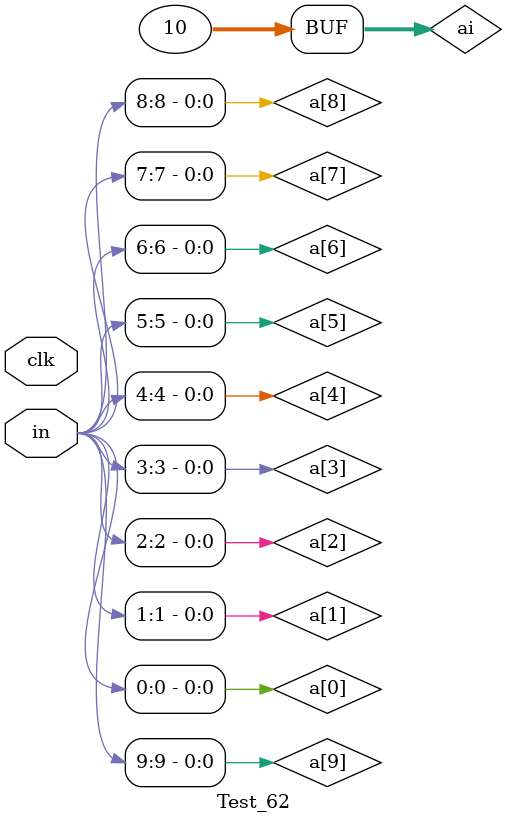
<source format=v>
module Test_62 (
   clk, in
   );
   input clk;
   input [9:0] in;
   reg a [9:0];
   integer ai;
   always @* begin
      for (ai=0;ai<10;ai=ai+1) begin
	 a[ai]=in[ai];
      end
   end
   reg [1:0] b [9:0];
   integer   j;
   generate
      genvar i;
      for (i=0; i<2; i=i+1) begin
	 always @(posedge clk) begin
	    for (j=0; j<10; j=j+1) begin
	       if (a[j])
		 b[i][j] <= 1'b0;
	       else
		 b[i][j] <= 1'b1;
	    end
	 end
      end
   endgenerate
endmodule
</source>
